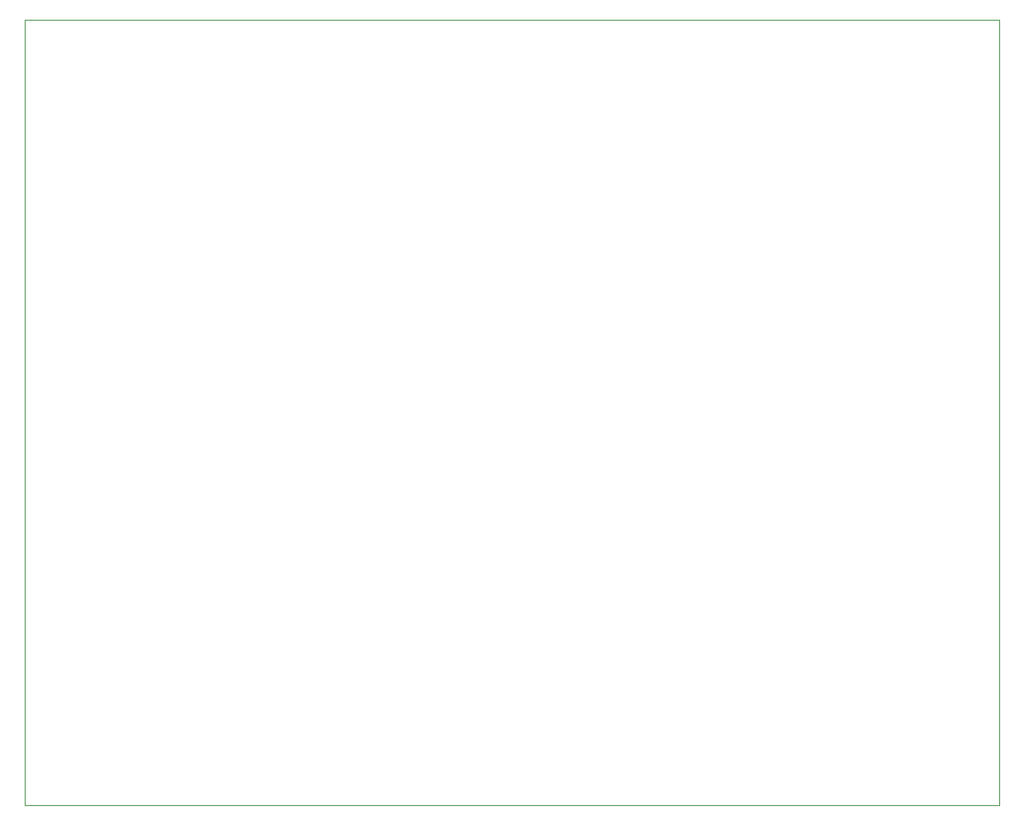
<source format=gbr>
%TF.GenerationSoftware,Altium Limited,Altium Designer,24.4.1 (13)*%
G04 Layer_Color=0*
%FSLAX45Y45*%
%MOMM*%
%TF.SameCoordinates,7BA59CB3-8EBC-4C6A-B4C6-80429C3BB8AE*%
%TF.FilePolarity,Positive*%
%TF.FileFunction,Profile,NP*%
%TF.Part,Single*%
G01*
G75*
%TA.AperFunction,Profile*%
%ADD170C,0.02540*%
D170*
X2540000Y2768600D02*
X12545060D01*
Y10833100D01*
X2540000D01*
Y2768600D01*
%TF.MD5,ff9411725cf16745915bc79e0d959892*%
M02*

</source>
